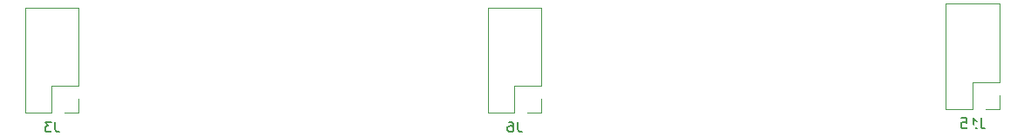
<source format=gbo>
G04 #@! TF.GenerationSoftware,KiCad,Pcbnew,8.0.1*
G04 #@! TF.CreationDate,2024-05-07T00:12:20+05:00*
G04 #@! TF.ProjectId,MyVesc,4d795665-7363-42e6-9b69-6361645f7063,rev?*
G04 #@! TF.SameCoordinates,Original*
G04 #@! TF.FileFunction,Legend,Bot*
G04 #@! TF.FilePolarity,Positive*
%FSLAX46Y46*%
G04 Gerber Fmt 4.6, Leading zero omitted, Abs format (unit mm)*
G04 Created by KiCad (PCBNEW 8.0.1) date 2024-05-07 00:12:20*
%MOMM*%
%LPD*%
G01*
G04 APERTURE LIST*
G04 Aperture macros list*
%AMRoundRect*
0 Rectangle with rounded corners*
0 $1 Rounding radius*
0 $2 $3 $4 $5 $6 $7 $8 $9 X,Y pos of 4 corners*
0 Add a 4 corners polygon primitive as box body*
4,1,4,$2,$3,$4,$5,$6,$7,$8,$9,$2,$3,0*
0 Add four circle primitives for the rounded corners*
1,1,$1+$1,$2,$3*
1,1,$1+$1,$4,$5*
1,1,$1+$1,$6,$7*
1,1,$1+$1,$8,$9*
0 Add four rect primitives between the rounded corners*
20,1,$1+$1,$2,$3,$4,$5,0*
20,1,$1+$1,$4,$5,$6,$7,0*
20,1,$1+$1,$6,$7,$8,$9,0*
20,1,$1+$1,$8,$9,$2,$3,0*%
G04 Aperture macros list end*
%ADD10C,0.150000*%
%ADD11C,0.120000*%
%ADD12C,1.000000*%
%ADD13R,1.700000X1.700000*%
%ADD14O,1.700000X1.700000*%
%ADD15RoundRect,0.250000X-0.625000X0.350000X-0.625000X-0.350000X0.625000X-0.350000X0.625000X0.350000X0*%
%ADD16O,1.750000X1.200000*%
%ADD17RoundRect,0.250000X0.350000X0.625000X-0.350000X0.625000X-0.350000X-0.625000X0.350000X-0.625000X0*%
%ADD18O,1.200000X1.750000*%
%ADD19R,1.350000X1.350000*%
%ADD20O,1.350000X1.350000*%
%ADD21RoundRect,0.250000X0.625000X-0.350000X0.625000X0.350000X-0.625000X0.350000X-0.625000X-0.350000X0*%
%ADD22R,0.850000X0.850000*%
%ADD23O,0.850000X0.850000*%
%ADD24C,0.600000*%
%ADD25C,0.700000*%
G04 APERTURE END LIST*
D10*
X296849942Y-153504819D02*
X296849942Y-154219104D01*
X296849942Y-154219104D02*
X296897561Y-154361961D01*
X296897561Y-154361961D02*
X296992799Y-154457200D01*
X296992799Y-154457200D02*
X297135656Y-154504819D01*
X297135656Y-154504819D02*
X297230894Y-154504819D01*
X295849942Y-154504819D02*
X296421370Y-154504819D01*
X296135656Y-154504819D02*
X296135656Y-153504819D01*
X296135656Y-153504819D02*
X296230894Y-153647676D01*
X296230894Y-153647676D02*
X296326132Y-153742914D01*
X296326132Y-153742914D02*
X296421370Y-153790533D01*
X294945180Y-153504819D02*
X295421370Y-153504819D01*
X295421370Y-153504819D02*
X295468989Y-153981009D01*
X295468989Y-153981009D02*
X295421370Y-153933390D01*
X295421370Y-153933390D02*
X295326132Y-153885771D01*
X295326132Y-153885771D02*
X295088037Y-153885771D01*
X295088037Y-153885771D02*
X294992799Y-153933390D01*
X294992799Y-153933390D02*
X294945180Y-153981009D01*
X294945180Y-153981009D02*
X294897561Y-154076247D01*
X294897561Y-154076247D02*
X294897561Y-154314342D01*
X294897561Y-154314342D02*
X294945180Y-154409580D01*
X294945180Y-154409580D02*
X294992799Y-154457200D01*
X294992799Y-154457200D02*
X295088037Y-154504819D01*
X295088037Y-154504819D02*
X295326132Y-154504819D01*
X295326132Y-154504819D02*
X295421370Y-154457200D01*
X295421370Y-154457200D02*
X295468989Y-154409580D01*
X251863752Y-153854819D02*
X251863752Y-154569104D01*
X251863752Y-154569104D02*
X251911371Y-154711961D01*
X251911371Y-154711961D02*
X252006609Y-154807200D01*
X252006609Y-154807200D02*
X252149466Y-154854819D01*
X252149466Y-154854819D02*
X252244704Y-154854819D01*
X250958990Y-153854819D02*
X251149466Y-153854819D01*
X251149466Y-153854819D02*
X251244704Y-153902438D01*
X251244704Y-153902438D02*
X251292323Y-153950057D01*
X251292323Y-153950057D02*
X251387561Y-154092914D01*
X251387561Y-154092914D02*
X251435180Y-154283390D01*
X251435180Y-154283390D02*
X251435180Y-154664342D01*
X251435180Y-154664342D02*
X251387561Y-154759580D01*
X251387561Y-154759580D02*
X251339942Y-154807200D01*
X251339942Y-154807200D02*
X251244704Y-154854819D01*
X251244704Y-154854819D02*
X251054228Y-154854819D01*
X251054228Y-154854819D02*
X250958990Y-154807200D01*
X250958990Y-154807200D02*
X250911371Y-154759580D01*
X250911371Y-154759580D02*
X250863752Y-154664342D01*
X250863752Y-154664342D02*
X250863752Y-154426247D01*
X250863752Y-154426247D02*
X250911371Y-154331009D01*
X250911371Y-154331009D02*
X250958990Y-154283390D01*
X250958990Y-154283390D02*
X251054228Y-154235771D01*
X251054228Y-154235771D02*
X251244704Y-154235771D01*
X251244704Y-154235771D02*
X251339942Y-154283390D01*
X251339942Y-154283390D02*
X251387561Y-154331009D01*
X251387561Y-154331009D02*
X251435180Y-154426247D01*
X206913752Y-153854819D02*
X206913752Y-154569104D01*
X206913752Y-154569104D02*
X206961371Y-154711961D01*
X206961371Y-154711961D02*
X207056609Y-154807200D01*
X207056609Y-154807200D02*
X207199466Y-154854819D01*
X207199466Y-154854819D02*
X207294704Y-154854819D01*
X206532799Y-153854819D02*
X205913752Y-153854819D01*
X205913752Y-153854819D02*
X206247085Y-154235771D01*
X206247085Y-154235771D02*
X206104228Y-154235771D01*
X206104228Y-154235771D02*
X206008990Y-154283390D01*
X206008990Y-154283390D02*
X205961371Y-154331009D01*
X205961371Y-154331009D02*
X205913752Y-154426247D01*
X205913752Y-154426247D02*
X205913752Y-154664342D01*
X205913752Y-154664342D02*
X205961371Y-154759580D01*
X205961371Y-154759580D02*
X206008990Y-154807200D01*
X206008990Y-154807200D02*
X206104228Y-154854819D01*
X206104228Y-154854819D02*
X206389942Y-154854819D01*
X206389942Y-154854819D02*
X206485180Y-154807200D01*
X206485180Y-154807200D02*
X206532799Y-154759580D01*
D11*
X293440419Y-142330000D02*
X293440419Y-152610000D01*
X296040419Y-150010000D02*
X296040419Y-152610000D01*
X296040419Y-152610000D02*
X293440419Y-152610000D01*
X298640419Y-142330000D02*
X293440419Y-142330000D01*
X298640419Y-142330000D02*
X298640419Y-150010000D01*
X298640419Y-150010000D02*
X296040419Y-150010000D01*
X298640419Y-151280000D02*
X298640419Y-152610000D01*
X298640419Y-152610000D02*
X297310419Y-152610000D01*
X248930419Y-142680000D02*
X248930419Y-152960000D01*
X251530419Y-150360000D02*
X251530419Y-152960000D01*
X251530419Y-152960000D02*
X248930419Y-152960000D01*
X254130419Y-142680000D02*
X248930419Y-142680000D01*
X254130419Y-142680000D02*
X254130419Y-150360000D01*
X254130419Y-150360000D02*
X251530419Y-150360000D01*
X254130419Y-151630000D02*
X254130419Y-152960000D01*
X254130419Y-152960000D02*
X252800419Y-152960000D01*
X203980419Y-142680000D02*
X203980419Y-152960000D01*
X206580419Y-150360000D02*
X206580419Y-152960000D01*
X206580419Y-152960000D02*
X203980419Y-152960000D01*
X209180419Y-142680000D02*
X203980419Y-142680000D01*
X209180419Y-142680000D02*
X209180419Y-150360000D01*
X209180419Y-150360000D02*
X206580419Y-150360000D01*
X209180419Y-151630000D02*
X209180419Y-152960000D01*
X209180419Y-152960000D02*
X207850419Y-152960000D01*
%LPC*%
D12*
X297450000Y-120850000D03*
X297450000Y-116450000D03*
D13*
X259140000Y-103450000D03*
D14*
X256600000Y-103450000D03*
X254060000Y-103450000D03*
X251520000Y-103450000D03*
X248980000Y-103450000D03*
D15*
X206000000Y-107700000D03*
D16*
X206000000Y-109700000D03*
X206000000Y-111700000D03*
X206000000Y-113700000D03*
X206000000Y-115700000D03*
X206000000Y-117700000D03*
X206000000Y-119700000D03*
X206000000Y-121700000D03*
D15*
X298500000Y-97400000D03*
D16*
X298500000Y-99400000D03*
X298500000Y-101400000D03*
X298500000Y-103400000D03*
X298500000Y-105400000D03*
X298500000Y-107400000D03*
D17*
X272895000Y-87650000D03*
D18*
X270895000Y-87650000D03*
X268895000Y-87650000D03*
X266895000Y-87650000D03*
D19*
X286825000Y-87099999D03*
D20*
X288825001Y-87099999D03*
X286825000Y-89100000D03*
X288825000Y-89099999D03*
X286825000Y-91099999D03*
X288825000Y-91100000D03*
X286825000Y-93099999D03*
X288825000Y-93099999D03*
X286825000Y-95099999D03*
X288825000Y-95099999D03*
D21*
X298450000Y-92250000D03*
D16*
X298450000Y-90249999D03*
X298450000Y-88250000D03*
X298450000Y-86250000D03*
D17*
X282400000Y-87650000D03*
D18*
X280400000Y-87650000D03*
X278400000Y-87650000D03*
D13*
X205850000Y-130440000D03*
D14*
X205850000Y-127900000D03*
D22*
X292100000Y-107000000D03*
D23*
X293100000Y-107000000D03*
X294100000Y-107000000D03*
D13*
X297310419Y-151280000D03*
D14*
X294770419Y-151280000D03*
X297310419Y-148740000D03*
X294770419Y-148740000D03*
X297310419Y-146200000D03*
X294770419Y-146200000D03*
X297310419Y-143660000D03*
X294770419Y-143660000D03*
D13*
X252800419Y-151630000D03*
D14*
X250260419Y-151630000D03*
X252800419Y-149090000D03*
X250260419Y-149090000D03*
X252800419Y-146550000D03*
X250260419Y-146550000D03*
X252800419Y-144010000D03*
X250260419Y-144010000D03*
D13*
X207850419Y-151630000D03*
D14*
X205310419Y-151630000D03*
X207850419Y-149090000D03*
X205310419Y-149090000D03*
X207850419Y-146550000D03*
X205310419Y-146550000D03*
X207850419Y-144010000D03*
X205310419Y-144010000D03*
D24*
X253200000Y-113000000D03*
X262900000Y-110900000D03*
X252885419Y-139915000D03*
X292150000Y-115750000D03*
D25*
X212135000Y-111340000D03*
X222295000Y-134200000D03*
X212135000Y-149440000D03*
X280715000Y-154520000D03*
X219755000Y-146900000D03*
X285795000Y-124040000D03*
D24*
X217950000Y-106300000D03*
X219375419Y-142090000D03*
D25*
X290875000Y-146900000D03*
X234995000Y-146900000D03*
X242615000Y-139280000D03*
X247695000Y-146900000D03*
X222295000Y-98640000D03*
D24*
X240200000Y-149900000D03*
D25*
X222295000Y-111340000D03*
X273095000Y-139280000D03*
X298495000Y-131660000D03*
X283255000Y-151980000D03*
X229915000Y-98640000D03*
X290875000Y-121500000D03*
X293415000Y-154520000D03*
D24*
X211050000Y-99200000D03*
D25*
X214675000Y-111340000D03*
X209595000Y-106260000D03*
D24*
X242975986Y-128075232D03*
D25*
X204515000Y-101180000D03*
X252775000Y-134200000D03*
X245155000Y-91020000D03*
X290875000Y-154520000D03*
D24*
X232692501Y-132257500D03*
D25*
X232455000Y-101180000D03*
D24*
X207800419Y-140890000D03*
D25*
X260395000Y-149440000D03*
X275635000Y-93560000D03*
D24*
X267950000Y-103900000D03*
D25*
X219755000Y-136740000D03*
D24*
X211150000Y-95100000D03*
D25*
X293415000Y-88480000D03*
X280715000Y-116420000D03*
X257855000Y-108800000D03*
X245155000Y-139280000D03*
X273095000Y-144360000D03*
X204515000Y-93560000D03*
X229915000Y-96100000D03*
X288335000Y-111340000D03*
X288335000Y-141820000D03*
X245155000Y-93560000D03*
D24*
X273012500Y-149187500D03*
D25*
X217215000Y-136740000D03*
X214675000Y-149440000D03*
D24*
X234650000Y-92975000D03*
D25*
X273095000Y-134200000D03*
D24*
X287800000Y-146050000D03*
D25*
X237535000Y-85940000D03*
X219755000Y-116420000D03*
X253550000Y-93800000D03*
X275635000Y-91020000D03*
X242615000Y-96100000D03*
X209595000Y-88480000D03*
X285795000Y-154520000D03*
X275635000Y-134200000D03*
X224835000Y-149440000D03*
X280715000Y-91020000D03*
X232455000Y-116420000D03*
D24*
X292000000Y-143600000D03*
X279635448Y-108310136D03*
D25*
X268015000Y-134200000D03*
X237535000Y-98640000D03*
X224835000Y-136740000D03*
X288335000Y-154520000D03*
D24*
X234784072Y-111048635D03*
X252950000Y-90600000D03*
D25*
X209595000Y-134200000D03*
X209595000Y-118960000D03*
X209595000Y-96100000D03*
D24*
X228850000Y-85700000D03*
X238000000Y-111200000D03*
D25*
X295955000Y-154520000D03*
D24*
X243925000Y-117025000D03*
D25*
X224835000Y-131660000D03*
X214675000Y-121500000D03*
X227375000Y-98640000D03*
X222295000Y-116420000D03*
X204515000Y-98640000D03*
X260395000Y-134200000D03*
X234995000Y-116420000D03*
X268015000Y-126580000D03*
D24*
X226150000Y-105800000D03*
X292750000Y-130950000D03*
D25*
X224835000Y-134200000D03*
X212135000Y-118960000D03*
X238550000Y-152650000D03*
X214675000Y-136740000D03*
D24*
X249275000Y-113425000D03*
X247100000Y-108100000D03*
X250750000Y-135050000D03*
D25*
X283255000Y-154520000D03*
D24*
X291600000Y-124600000D03*
X232493425Y-124154028D03*
X277213608Y-105640808D03*
D25*
X283255000Y-134200000D03*
X232455000Y-111340000D03*
D24*
X208550000Y-93700000D03*
X260550001Y-119225002D03*
D25*
X247695000Y-151980000D03*
X212135000Y-121500000D03*
X204515000Y-136740000D03*
D24*
X252450000Y-87600000D03*
D25*
X265475000Y-85940000D03*
X245155000Y-103720000D03*
X227375000Y-96100000D03*
X245155000Y-144360000D03*
X283255000Y-139280000D03*
X240075000Y-103720000D03*
D24*
X237200000Y-114450000D03*
D25*
X217215000Y-111340000D03*
X240075000Y-85940000D03*
X224835000Y-116420000D03*
X242615000Y-103720000D03*
D24*
X228692500Y-132507498D03*
D25*
X295955000Y-88480000D03*
X278175000Y-139280000D03*
X283255000Y-108800000D03*
X275635000Y-139280000D03*
X237535000Y-93560000D03*
X222295000Y-131660000D03*
D24*
X210360419Y-138290000D03*
D25*
X265475000Y-91020000D03*
X298495000Y-124040000D03*
D24*
X269645000Y-91625000D03*
D25*
X255315000Y-108800000D03*
X204515000Y-134200000D03*
X288335000Y-103720000D03*
X207055000Y-101180000D03*
D24*
X264510419Y-141990000D03*
X271062500Y-152937500D03*
D25*
X247695000Y-149440000D03*
X260395000Y-96100000D03*
X285795000Y-113880000D03*
X217215000Y-134200000D03*
X295955000Y-106260000D03*
X257855000Y-139280000D03*
X232455000Y-121500000D03*
X298495000Y-126580000D03*
D24*
X243150000Y-106150000D03*
X214450000Y-131000000D03*
D25*
X275635000Y-88480000D03*
D24*
X231692501Y-136507499D03*
D25*
X257855000Y-149440000D03*
X288335000Y-134200000D03*
D24*
X240650000Y-105900000D03*
D25*
X270555000Y-134200000D03*
X268015000Y-149440000D03*
X204515000Y-154520000D03*
X229915000Y-116420000D03*
D24*
X267645000Y-98375000D03*
D25*
X275635000Y-116420000D03*
X242615000Y-85940000D03*
X280715000Y-139280000D03*
X204515000Y-96100000D03*
D24*
X232425000Y-150010000D03*
X236150000Y-87900000D03*
D25*
X234995000Y-96100000D03*
D24*
X228750000Y-101000000D03*
D25*
X247695000Y-144360000D03*
X212135000Y-106260000D03*
D24*
X234900000Y-107500000D03*
D25*
X285795000Y-139280000D03*
X207055000Y-134200000D03*
X227375000Y-113880000D03*
X222295000Y-129120000D03*
X250235000Y-131660000D03*
X255315000Y-149440000D03*
X265475000Y-149440000D03*
X232455000Y-103720000D03*
X278175000Y-134200000D03*
X242615000Y-151980000D03*
X280715000Y-134200000D03*
D24*
X278473141Y-107068280D03*
X236450000Y-96700000D03*
X250518037Y-114750000D03*
D25*
X224835000Y-118960000D03*
D24*
X282100000Y-144500000D03*
X260550000Y-121425001D03*
X230350000Y-90000000D03*
D25*
X224835000Y-129120000D03*
X219755000Y-111340000D03*
X222295000Y-118960000D03*
D24*
X245650000Y-84900000D03*
D25*
X298495000Y-129120000D03*
X254175000Y-98975000D03*
X268015000Y-144360000D03*
D24*
X241915329Y-118812130D03*
D25*
X250235000Y-96100000D03*
X285795000Y-111340000D03*
D24*
X230075000Y-152700000D03*
X250225000Y-92500000D03*
D25*
X290875000Y-136740000D03*
X278175000Y-113880000D03*
X214675000Y-118960000D03*
X245155000Y-136740000D03*
D24*
X236350000Y-90800000D03*
D25*
X209595000Y-149440000D03*
X229915000Y-111340000D03*
D24*
X247360050Y-129206603D03*
D25*
X285795000Y-134200000D03*
X224835000Y-111340000D03*
X234995000Y-85940000D03*
X298495000Y-154520000D03*
D24*
X239150000Y-99400000D03*
D25*
X290875000Y-101180000D03*
X283255000Y-124040000D03*
D24*
X230282501Y-135507500D03*
X274900000Y-146850000D03*
D25*
X212135000Y-88480000D03*
X227375000Y-136740000D03*
X280715000Y-111340000D03*
X222295000Y-149440000D03*
D24*
X286250000Y-106950000D03*
X262275000Y-102050000D03*
X263725000Y-104650000D03*
X283325000Y-105000000D03*
X232450000Y-84400000D03*
X260125000Y-99525000D03*
X266325000Y-105725000D03*
X240850000Y-99600000D03*
X250000000Y-99575000D03*
X297075000Y-112000000D03*
D25*
X278150000Y-103850000D03*
X240050000Y-113300000D03*
X281600000Y-149250000D03*
X273275000Y-100050000D03*
X232975000Y-141025000D03*
X247900000Y-107375000D03*
X265725000Y-114650000D03*
X253900000Y-106750000D03*
X221325000Y-142600000D03*
X239875000Y-123725000D03*
X256475000Y-119275000D03*
X229914581Y-151435000D03*
X244050000Y-129850000D03*
X273675000Y-102000000D03*
X256800000Y-106475000D03*
X271677081Y-151322500D03*
X287150000Y-105850000D03*
X228867501Y-128900000D03*
X283525000Y-103850000D03*
D24*
X251050000Y-85100000D03*
D25*
X244900000Y-109225000D03*
X215625000Y-128100000D03*
X273400000Y-96700000D03*
X258150000Y-98400000D03*
D24*
X239700000Y-111600000D03*
X229950000Y-104100000D03*
X208050000Y-88200000D03*
X246500000Y-141150000D03*
X210575000Y-139350000D03*
X238000000Y-145750000D03*
X255500000Y-137300000D03*
X263050000Y-137100000D03*
X231150000Y-92300000D03*
X203825000Y-91850000D03*
X244551904Y-118478858D03*
X211100000Y-136327500D03*
X246900000Y-134650000D03*
X245634620Y-119234620D03*
X236800000Y-115885787D03*
X272000000Y-126750000D03*
D25*
X210600000Y-104500000D03*
D24*
X246400000Y-114750000D03*
X229500000Y-145800000D03*
X247250000Y-115600000D03*
X276852081Y-149297500D03*
X248150000Y-116400000D03*
X281700000Y-142000000D03*
X235250000Y-140650000D03*
X240150000Y-146600000D03*
X246300000Y-153850000D03*
X279350000Y-145250000D03*
X236400000Y-139900000D03*
D25*
X284200000Y-119075000D03*
X277775000Y-125200000D03*
D24*
X271750000Y-124150000D03*
X277200000Y-117100000D03*
X273500000Y-124525000D03*
X283250000Y-116900000D03*
X214100000Y-125600000D03*
X243350000Y-119300000D03*
X246450000Y-119100000D03*
X230900000Y-119462130D03*
X247625000Y-120700000D03*
X208450000Y-125550000D03*
X212900000Y-125400000D03*
X244600000Y-121075000D03*
X245725000Y-121825000D03*
X229100000Y-119600000D03*
X224200000Y-126200000D03*
X211560419Y-143840000D03*
X256760419Y-143640000D03*
X294500000Y-139750000D03*
X219410419Y-140640000D03*
X220360419Y-140640000D03*
X265510419Y-140590000D03*
X264560419Y-140490000D03*
X291100000Y-130850000D03*
X291850000Y-131950000D03*
X265125000Y-125925000D03*
X249475000Y-126650000D03*
X257356131Y-129868869D03*
X271775000Y-119275000D03*
X269775000Y-121275000D03*
X252150000Y-120175000D03*
X245875000Y-130100000D03*
X248850000Y-121700000D03*
X240025000Y-131575000D03*
X233528222Y-131257498D03*
X257325000Y-117200000D03*
X267000000Y-112250000D03*
X264050000Y-113000000D03*
X234467503Y-129757500D03*
X237150000Y-133175000D03*
X276750000Y-98350000D03*
X277050000Y-97100000D03*
X247350000Y-113450000D03*
X248450000Y-115000000D03*
X252100000Y-119000000D03*
X266950000Y-110000000D03*
X273075000Y-112325000D03*
X258325000Y-116550000D03*
X251400000Y-115630760D03*
X214700000Y-128900000D03*
X245340381Y-117690381D03*
X246700000Y-132500000D03*
X249200000Y-122700000D03*
X256300000Y-123550000D03*
X295650000Y-130750000D03*
X268000000Y-138000000D03*
X253450000Y-123450000D03*
D25*
X263850000Y-152450000D03*
X263750000Y-150975000D03*
%LPD*%
M02*

</source>
